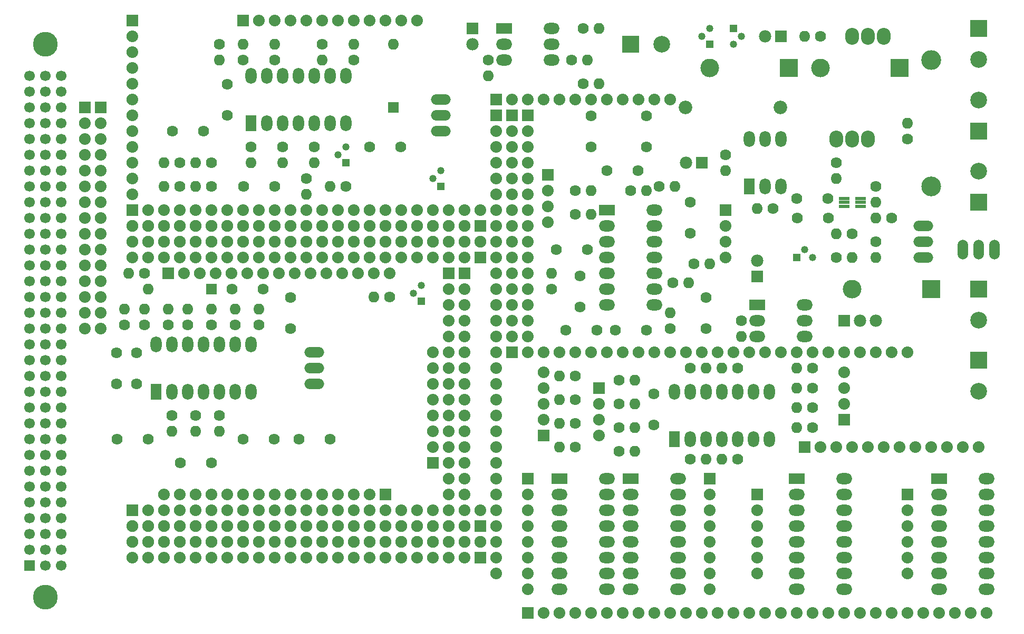
<source format=gts>
G04 #@! TF.FileFunction,Soldermask,Top*
%FSLAX46Y46*%
G04 Gerber Fmt 4.6, Leading zero omitted, Abs format (unit mm)*
G04 Created by KiCad (PCBNEW 4.0.6-e0-6349~53~ubuntu14.04.1) date Wed May 31 15:55:15 2017*
%MOMM*%
%LPD*%
G01*
G04 APERTURE LIST*
%ADD10C,0.100000*%
%ADD11C,1.780000*%
%ADD12O,1.780000X1.780000*%
%ADD13R,2.580000X1.780000*%
%ADD14O,2.580000X1.780000*%
%ADD15R,1.780000X2.580000*%
%ADD16O,1.780000X2.580000*%
%ADD17R,1.880000X1.880000*%
%ADD18O,1.880000X1.880000*%
%ADD19C,3.990000*%
%ADD20C,1.700000*%
%ADD21R,1.700000X1.700000*%
%ADD22R,1.907200X1.907200*%
%ADD23O,1.907200X1.907200*%
%ADD24R,2.980000X2.980000*%
%ADD25O,2.980000X2.980000*%
%ADD26C,1.180000*%
%ADD27R,1.180000X1.180000*%
%ADD28O,2.212000X2.720000*%
%ADD29R,1.980000X1.980000*%
%ADD30O,1.980000X1.980000*%
%ADD31R,1.680000X0.580000*%
%ADD32C,3.180000*%
%ADD33O,3.180000X3.180000*%
%ADD34R,2.680000X2.680000*%
%ADD35C,2.680000*%
%ADD36O,3.190000X1.690000*%
%ADD37O,1.690000X3.190000*%
%ADD38C,2.178980*%
%ADD39R,1.780000X1.780000*%
%ADD40C,1.980000*%
G04 APERTURE END LIST*
D10*
D11*
X125095000Y-101600000D03*
D12*
X127635000Y-101600000D03*
D11*
X119253000Y-110744000D03*
X119253000Y-105744000D03*
X105156000Y-95504000D03*
X110156000Y-95504000D03*
D13*
X111760000Y-76200000D03*
D14*
X119380000Y-91440000D03*
X111760000Y-78740000D03*
X119380000Y-88900000D03*
X111760000Y-81280000D03*
X119380000Y-86360000D03*
X111760000Y-83820000D03*
X119380000Y-83820000D03*
X111760000Y-86360000D03*
X119380000Y-81280000D03*
X111760000Y-88900000D03*
X119380000Y-78740000D03*
X111760000Y-91440000D03*
X119380000Y-76200000D03*
D11*
X109220000Y-66040000D03*
X109220000Y-61040000D03*
X120142000Y-72390000D03*
D12*
X122682000Y-72390000D03*
D15*
X54610000Y-62230000D03*
D16*
X69850000Y-54610000D03*
X57150000Y-62230000D03*
X67310000Y-54610000D03*
X59690000Y-62230000D03*
X64770000Y-54610000D03*
X62230000Y-62230000D03*
X62230000Y-54610000D03*
X64770000Y-62230000D03*
X59690000Y-54610000D03*
X67310000Y-62230000D03*
X57150000Y-54610000D03*
X69850000Y-62230000D03*
X54610000Y-54610000D03*
D17*
X76200000Y-121920000D03*
D18*
X73660000Y-121920000D03*
X71120000Y-121920000D03*
X68580000Y-121920000D03*
X66040000Y-121920000D03*
X63500000Y-121920000D03*
X60960000Y-121920000D03*
X58420000Y-121920000D03*
X55880000Y-121920000D03*
X53340000Y-121920000D03*
X50800000Y-121920000D03*
X48260000Y-121920000D03*
X45720000Y-121920000D03*
X43180000Y-121920000D03*
X40640000Y-121920000D03*
D17*
X96520000Y-99060000D03*
D18*
X99060000Y-99060000D03*
X101600000Y-99060000D03*
X104140000Y-99060000D03*
X106680000Y-99060000D03*
X109220000Y-99060000D03*
X111760000Y-99060000D03*
X114300000Y-99060000D03*
X116840000Y-99060000D03*
X119380000Y-99060000D03*
X121920000Y-99060000D03*
X124460000Y-99060000D03*
X127000000Y-99060000D03*
X129540000Y-99060000D03*
X132080000Y-99060000D03*
X134620000Y-99060000D03*
X137160000Y-99060000D03*
X139700000Y-99060000D03*
X142240000Y-99060000D03*
X144780000Y-99060000D03*
X147320000Y-99060000D03*
X149860000Y-99060000D03*
X152400000Y-99060000D03*
X154940000Y-99060000D03*
X157480000Y-99060000D03*
X160020000Y-99060000D03*
D17*
X83820000Y-116840000D03*
D18*
X83820000Y-114300000D03*
X83820000Y-111760000D03*
X83820000Y-109220000D03*
X83820000Y-106680000D03*
X83820000Y-104140000D03*
X83820000Y-101600000D03*
X83820000Y-99060000D03*
D19*
X21590000Y-138430000D03*
X21590000Y-49530000D03*
D20*
X19050000Y-128270000D03*
X19050000Y-125730000D03*
X19050000Y-123190000D03*
X19050000Y-120650000D03*
X19050000Y-118110000D03*
X19050000Y-115570000D03*
X19050000Y-113030000D03*
X19050000Y-110490000D03*
X19050000Y-107950000D03*
X19050000Y-105410000D03*
X19050000Y-102870000D03*
X19050000Y-100330000D03*
X19050000Y-97790000D03*
X19050000Y-95250000D03*
X19050000Y-92710000D03*
X19050000Y-90170000D03*
X19050000Y-87630000D03*
X19050000Y-85090000D03*
X19050000Y-82550000D03*
X19050000Y-80010000D03*
X19050000Y-77470000D03*
X19050000Y-74930000D03*
X19050000Y-72390000D03*
X19050000Y-69850000D03*
X19050000Y-67310000D03*
X19050000Y-64770000D03*
X19050000Y-62230000D03*
X19050000Y-59690000D03*
X19050000Y-57150000D03*
X19050000Y-54610000D03*
X19050000Y-130810000D03*
D21*
X19050000Y-133350000D03*
D20*
X21590000Y-133350000D03*
X21590000Y-130810000D03*
X21590000Y-128270000D03*
X21590000Y-125730000D03*
X21590000Y-123190000D03*
X21590000Y-120650000D03*
X21590000Y-118110000D03*
X21590000Y-115570000D03*
X21590000Y-113030000D03*
X21590000Y-110490000D03*
X21590000Y-107950000D03*
X21590000Y-105410000D03*
X21590000Y-102870000D03*
X21590000Y-100330000D03*
X21590000Y-97790000D03*
X21590000Y-95250000D03*
X21590000Y-92710000D03*
X21590000Y-90170000D03*
X21590000Y-87630000D03*
X21590000Y-85090000D03*
X21590000Y-82550000D03*
X21590000Y-80010000D03*
X21590000Y-77470000D03*
X21590000Y-74930000D03*
X21590000Y-72390000D03*
X21590000Y-69850000D03*
X21590000Y-67310000D03*
X21590000Y-64770000D03*
X21590000Y-62230000D03*
X21590000Y-59690000D03*
X21590000Y-57150000D03*
X21590000Y-54610000D03*
X24130000Y-133350000D03*
X24130000Y-130810000D03*
X24130000Y-128270000D03*
X24130000Y-125730000D03*
X24130000Y-123190000D03*
X24130000Y-120650000D03*
X24130000Y-118110000D03*
X24130000Y-115570000D03*
X24130000Y-113030000D03*
X24130000Y-110490000D03*
X24130000Y-107950000D03*
X24130000Y-105410000D03*
X24130000Y-102870000D03*
X24130000Y-100330000D03*
X24130000Y-97790000D03*
X24130000Y-95250000D03*
X24130000Y-92710000D03*
X24130000Y-90170000D03*
X24130000Y-87630000D03*
X24130000Y-85090000D03*
X24130000Y-82550000D03*
X24130000Y-80010000D03*
X24130000Y-77470000D03*
X24130000Y-74930000D03*
X24130000Y-72390000D03*
X24130000Y-69850000D03*
X24130000Y-67310000D03*
X24130000Y-64770000D03*
X24130000Y-62230000D03*
X24130000Y-59690000D03*
X24130000Y-57150000D03*
X24130000Y-54610000D03*
D22*
X91440000Y-127000000D03*
D23*
X91440000Y-129540000D03*
X88900000Y-127000000D03*
X88900000Y-129540000D03*
X86360000Y-127000000D03*
X86360000Y-129540000D03*
X83820000Y-127000000D03*
X83820000Y-129540000D03*
X81280000Y-127000000D03*
X81280000Y-129540000D03*
X78740000Y-127000000D03*
X78740000Y-129540000D03*
X76200000Y-127000000D03*
X76200000Y-129540000D03*
X73660000Y-127000000D03*
X73660000Y-129540000D03*
X71120000Y-127000000D03*
X71120000Y-129540000D03*
X68580000Y-127000000D03*
X68580000Y-129540000D03*
X66040000Y-127000000D03*
X66040000Y-129540000D03*
X63500000Y-127000000D03*
X63500000Y-129540000D03*
X60960000Y-127000000D03*
X60960000Y-129540000D03*
X58420000Y-127000000D03*
X58420000Y-129540000D03*
X55880000Y-127000000D03*
X55880000Y-129540000D03*
X53340000Y-127000000D03*
X53340000Y-129540000D03*
X50800000Y-127000000D03*
X50800000Y-129540000D03*
X48260000Y-127000000D03*
X48260000Y-129540000D03*
X45720000Y-127000000D03*
X45720000Y-129540000D03*
X43180000Y-127000000D03*
X43180000Y-129540000D03*
X40640000Y-127000000D03*
X40640000Y-129540000D03*
X38100000Y-127000000D03*
X38100000Y-129540000D03*
X35560000Y-127000000D03*
X35560000Y-129540000D03*
D22*
X91440000Y-78740000D03*
D23*
X91440000Y-81280000D03*
X88900000Y-78740000D03*
X88900000Y-81280000D03*
X86360000Y-78740000D03*
X86360000Y-81280000D03*
X83820000Y-78740000D03*
X83820000Y-81280000D03*
X81280000Y-78740000D03*
X81280000Y-81280000D03*
X78740000Y-78740000D03*
X78740000Y-81280000D03*
X76200000Y-78740000D03*
X76200000Y-81280000D03*
X73660000Y-78740000D03*
X73660000Y-81280000D03*
X71120000Y-78740000D03*
X71120000Y-81280000D03*
X68580000Y-78740000D03*
X68580000Y-81280000D03*
X66040000Y-78740000D03*
X66040000Y-81280000D03*
X63500000Y-78740000D03*
X63500000Y-81280000D03*
X60960000Y-78740000D03*
X60960000Y-81280000D03*
X58420000Y-78740000D03*
X58420000Y-81280000D03*
X55880000Y-78740000D03*
X55880000Y-81280000D03*
X53340000Y-78740000D03*
X53340000Y-81280000D03*
X50800000Y-78740000D03*
X50800000Y-81280000D03*
X48260000Y-78740000D03*
X48260000Y-81280000D03*
X45720000Y-78740000D03*
X45720000Y-81280000D03*
X43180000Y-78740000D03*
X43180000Y-81280000D03*
X40640000Y-78740000D03*
X40640000Y-81280000D03*
X38100000Y-78740000D03*
X38100000Y-81280000D03*
X35560000Y-78740000D03*
X35560000Y-81280000D03*
D24*
X158750000Y-53340000D03*
D25*
X146050000Y-53340000D03*
D24*
X140970000Y-53340000D03*
D25*
X128270000Y-53340000D03*
D24*
X163830000Y-88900000D03*
D25*
X151130000Y-88900000D03*
D26*
X133350000Y-48260000D03*
X132080000Y-49530000D03*
D27*
X132080000Y-46990000D03*
D26*
X127000000Y-48260000D03*
X128270000Y-46990000D03*
D27*
X128270000Y-49530000D03*
D28*
X151130000Y-64770000D03*
X153670000Y-64770000D03*
X148590000Y-64770000D03*
X153670000Y-48260000D03*
X156210000Y-48260000D03*
X151130000Y-48260000D03*
D26*
X143510000Y-82550000D03*
X144780000Y-83820000D03*
D27*
X142240000Y-83820000D03*
D29*
X149860000Y-93980000D03*
D30*
X152400000Y-93980000D03*
X154940000Y-93980000D03*
D26*
X83820000Y-71120000D03*
X85090000Y-69850000D03*
D27*
X85090000Y-72390000D03*
D26*
X68580000Y-67310000D03*
X69850000Y-66040000D03*
D27*
X69850000Y-68580000D03*
D26*
X80645000Y-89535000D03*
X81915000Y-88265000D03*
D27*
X81915000Y-90805000D03*
D31*
X149800000Y-74280000D03*
X149800000Y-74930000D03*
X149800000Y-75580000D03*
X152460000Y-75580000D03*
X152460000Y-74930000D03*
X152460000Y-74280000D03*
D32*
X163830000Y-72390000D03*
D33*
X163830000Y-52090000D03*
D29*
X139700000Y-48260000D03*
D30*
X137160000Y-48260000D03*
D34*
X171450000Y-88900000D03*
D35*
X171450000Y-93900000D03*
D34*
X171450000Y-63500000D03*
D35*
X171450000Y-58500000D03*
D34*
X171450000Y-74930000D03*
D35*
X171450000Y-69930000D03*
D36*
X162560000Y-78740000D03*
X162560000Y-81280000D03*
X162560000Y-83820000D03*
D37*
X173990000Y-82550000D03*
X171450000Y-82550000D03*
X168910000Y-82550000D03*
D38*
X139580620Y-59690000D03*
X124340620Y-59690000D03*
D11*
X67310000Y-113030000D03*
X62310000Y-113030000D03*
X58420000Y-72390000D03*
X53420000Y-72390000D03*
X73660000Y-66040000D03*
X78660000Y-66040000D03*
X46990000Y-63500000D03*
X41990000Y-63500000D03*
X38100000Y-113030000D03*
X33100000Y-113030000D03*
X48260000Y-116840000D03*
X43260000Y-116840000D03*
X53340000Y-113030000D03*
X58340000Y-113030000D03*
X60960000Y-95250000D03*
X60960000Y-90250000D03*
D34*
X171450000Y-46990000D03*
D35*
X171450000Y-51990000D03*
D34*
X171450000Y-100330000D03*
D35*
X171450000Y-105330000D03*
D11*
X56515000Y-88900000D03*
X51515000Y-88900000D03*
X147320000Y-77470000D03*
X142320000Y-77470000D03*
X36195000Y-104140000D03*
X36195000Y-99140000D03*
X50800000Y-60960000D03*
X50800000Y-55960000D03*
D36*
X85090000Y-63500000D03*
X85090000Y-60960000D03*
X85090000Y-58420000D03*
X64770000Y-104140000D03*
X64770000Y-101600000D03*
X64770000Y-99060000D03*
D17*
X35560000Y-76200000D03*
D18*
X38100000Y-76200000D03*
X40640000Y-76200000D03*
X43180000Y-76200000D03*
X45720000Y-76200000D03*
X48260000Y-76200000D03*
X50800000Y-76200000D03*
X53340000Y-76200000D03*
X55880000Y-76200000D03*
X58420000Y-76200000D03*
X60960000Y-76200000D03*
X63500000Y-76200000D03*
X66040000Y-76200000D03*
X68580000Y-76200000D03*
X71120000Y-76200000D03*
X73660000Y-76200000D03*
X76200000Y-76200000D03*
X78740000Y-76200000D03*
X81280000Y-76200000D03*
X83820000Y-76200000D03*
X86360000Y-76200000D03*
X88900000Y-76200000D03*
X91440000Y-76200000D03*
D17*
X91440000Y-83820000D03*
D18*
X88900000Y-83820000D03*
X86360000Y-83820000D03*
X83820000Y-83820000D03*
X81280000Y-83820000D03*
X78740000Y-83820000D03*
X76200000Y-83820000D03*
X73660000Y-83820000D03*
X71120000Y-83820000D03*
X68580000Y-83820000D03*
X66040000Y-83820000D03*
X63500000Y-83820000D03*
X60960000Y-83820000D03*
X58420000Y-83820000D03*
X55880000Y-83820000D03*
X53340000Y-83820000D03*
X50800000Y-83820000D03*
X48260000Y-83820000D03*
X45720000Y-83820000D03*
X43180000Y-83820000D03*
X40640000Y-83820000D03*
X38100000Y-83820000D03*
X35560000Y-83820000D03*
D17*
X35560000Y-124460000D03*
D18*
X38100000Y-124460000D03*
X40640000Y-124460000D03*
X43180000Y-124460000D03*
X45720000Y-124460000D03*
X48260000Y-124460000D03*
X50800000Y-124460000D03*
X53340000Y-124460000D03*
X55880000Y-124460000D03*
X58420000Y-124460000D03*
X60960000Y-124460000D03*
X63500000Y-124460000D03*
X66040000Y-124460000D03*
X68580000Y-124460000D03*
X71120000Y-124460000D03*
X73660000Y-124460000D03*
X76200000Y-124460000D03*
X78740000Y-124460000D03*
X81280000Y-124460000D03*
X83820000Y-124460000D03*
X86360000Y-124460000D03*
X88900000Y-124460000D03*
X91440000Y-124460000D03*
D17*
X91440000Y-132080000D03*
D18*
X88900000Y-132080000D03*
X86360000Y-132080000D03*
X83820000Y-132080000D03*
X81280000Y-132080000D03*
X78740000Y-132080000D03*
X76200000Y-132080000D03*
X73660000Y-132080000D03*
X71120000Y-132080000D03*
X68580000Y-132080000D03*
X66040000Y-132080000D03*
X63500000Y-132080000D03*
X60960000Y-132080000D03*
X58420000Y-132080000D03*
X55880000Y-132080000D03*
X53340000Y-132080000D03*
X50800000Y-132080000D03*
X48260000Y-132080000D03*
X45720000Y-132080000D03*
X43180000Y-132080000D03*
X40640000Y-132080000D03*
X38100000Y-132080000D03*
X35560000Y-132080000D03*
D11*
X33020000Y-104140000D03*
X33020000Y-99140000D03*
D39*
X77470000Y-59690000D03*
D12*
X77470000Y-49530000D03*
D39*
X48260000Y-88900000D03*
D12*
X38100000Y-88900000D03*
D11*
X157480000Y-77470000D03*
D12*
X154940000Y-77470000D03*
D11*
X154940000Y-72390000D03*
D12*
X154940000Y-74930000D03*
D11*
X58420000Y-52070000D03*
D12*
X58420000Y-49530000D03*
D11*
X107950000Y-55880000D03*
D12*
X110490000Y-55880000D03*
D11*
X160020000Y-64770000D03*
D12*
X160020000Y-62230000D03*
D11*
X53340000Y-52070000D03*
D12*
X53340000Y-49530000D03*
D11*
X154940000Y-81280000D03*
D12*
X154940000Y-83820000D03*
D11*
X106045000Y-52070000D03*
D12*
X108585000Y-52070000D03*
D11*
X146050000Y-48260000D03*
D12*
X143510000Y-48260000D03*
D11*
X148590000Y-68580000D03*
D12*
X148590000Y-71120000D03*
D11*
X69850000Y-72390000D03*
D12*
X67310000Y-72390000D03*
D11*
X92710000Y-52070000D03*
D12*
X92710000Y-54610000D03*
D11*
X107950000Y-46990000D03*
D12*
X110490000Y-46990000D03*
D11*
X63500000Y-71120000D03*
D12*
X63500000Y-73660000D03*
D11*
X138430000Y-75946000D03*
D12*
X135890000Y-75946000D03*
D11*
X130810000Y-67310000D03*
D12*
X130810000Y-69850000D03*
D11*
X76835000Y-90170000D03*
D12*
X74295000Y-90170000D03*
D11*
X133350000Y-93980000D03*
D12*
X133350000Y-96520000D03*
D11*
X148590000Y-83820000D03*
D12*
X151130000Y-83820000D03*
D11*
X37465000Y-86360000D03*
D12*
X34925000Y-86360000D03*
D11*
X34290000Y-94615000D03*
D12*
X34290000Y-92075000D03*
D11*
X49530000Y-49530000D03*
D12*
X49530000Y-52070000D03*
D11*
X59690000Y-66040000D03*
D12*
X59690000Y-68580000D03*
D11*
X54610000Y-66040000D03*
D12*
X54610000Y-68580000D03*
D11*
X64770000Y-66040000D03*
D12*
X64770000Y-68580000D03*
D11*
X43180000Y-72390000D03*
D12*
X40640000Y-72390000D03*
D11*
X43180000Y-68580000D03*
D12*
X40640000Y-68580000D03*
D11*
X66040000Y-49530000D03*
D12*
X66040000Y-52070000D03*
D11*
X71120000Y-52070000D03*
D12*
X71120000Y-49530000D03*
D11*
X48260000Y-68580000D03*
D12*
X45720000Y-68580000D03*
D11*
X48260000Y-72390000D03*
D12*
X45720000Y-72390000D03*
D11*
X151130000Y-80010000D03*
D12*
X148590000Y-80010000D03*
D11*
X45720000Y-109220000D03*
D12*
X45720000Y-111760000D03*
D11*
X41910000Y-109220000D03*
D12*
X41910000Y-111760000D03*
D11*
X49530000Y-109220000D03*
D12*
X49530000Y-111760000D03*
D11*
X48260000Y-94615000D03*
D12*
X48260000Y-92075000D03*
D11*
X44450000Y-94615000D03*
D12*
X44450000Y-92075000D03*
D11*
X52070000Y-94615000D03*
D12*
X52070000Y-92075000D03*
D11*
X55880000Y-94615000D03*
D12*
X55880000Y-92075000D03*
D11*
X37465000Y-94615000D03*
D12*
X37465000Y-92075000D03*
D11*
X41275000Y-94615000D03*
D12*
X41275000Y-92075000D03*
D11*
X142240000Y-74295000D03*
X147240000Y-74295000D03*
D34*
X115570000Y-49530000D03*
D35*
X120570000Y-49530000D03*
D29*
X90170000Y-46990000D03*
D40*
X90170000Y-49530000D03*
D29*
X127000000Y-68580000D03*
D40*
X124460000Y-68580000D03*
D29*
X135890000Y-86868000D03*
D40*
X135890000Y-84328000D03*
D17*
X135890000Y-121920000D03*
D18*
X135890000Y-124460000D03*
X135890000Y-127000000D03*
X135890000Y-129540000D03*
X135890000Y-132080000D03*
X135890000Y-134620000D03*
D13*
X142240000Y-119380000D03*
D14*
X149860000Y-137160000D03*
X142240000Y-121920000D03*
X149860000Y-134620000D03*
X142240000Y-124460000D03*
X149860000Y-132080000D03*
X142240000Y-127000000D03*
X149860000Y-129540000D03*
X142240000Y-129540000D03*
X149860000Y-127000000D03*
X142240000Y-132080000D03*
X149860000Y-124460000D03*
X142240000Y-134620000D03*
X149860000Y-121920000D03*
X142240000Y-137160000D03*
X149860000Y-119380000D03*
D13*
X165100000Y-119380000D03*
D14*
X172720000Y-137160000D03*
X165100000Y-121920000D03*
X172720000Y-134620000D03*
X165100000Y-124460000D03*
X172720000Y-132080000D03*
X165100000Y-127000000D03*
X172720000Y-129540000D03*
X165100000Y-129540000D03*
X172720000Y-127000000D03*
X165100000Y-132080000D03*
X172720000Y-124460000D03*
X165100000Y-134620000D03*
X172720000Y-121920000D03*
X165100000Y-137160000D03*
X172720000Y-119380000D03*
D17*
X99060000Y-119380000D03*
D18*
X99060000Y-121920000D03*
X99060000Y-124460000D03*
X99060000Y-127000000D03*
X99060000Y-129540000D03*
X99060000Y-132080000D03*
X99060000Y-134620000D03*
X99060000Y-137160000D03*
D17*
X160020000Y-121920000D03*
D18*
X160020000Y-124460000D03*
X160020000Y-127000000D03*
X160020000Y-129540000D03*
X160020000Y-132080000D03*
X160020000Y-134620000D03*
D17*
X86360000Y-86360000D03*
D18*
X86360000Y-88900000D03*
X86360000Y-91440000D03*
X86360000Y-93980000D03*
X86360000Y-96520000D03*
X86360000Y-99060000D03*
X86360000Y-101600000D03*
X86360000Y-104140000D03*
X86360000Y-106680000D03*
X86360000Y-109220000D03*
X86360000Y-111760000D03*
X86360000Y-114300000D03*
X86360000Y-116840000D03*
X86360000Y-119380000D03*
X86360000Y-121920000D03*
D17*
X88900000Y-86360000D03*
D18*
X88900000Y-88900000D03*
X88900000Y-91440000D03*
X88900000Y-93980000D03*
X88900000Y-96520000D03*
X88900000Y-99060000D03*
X88900000Y-101600000D03*
X88900000Y-104140000D03*
X88900000Y-106680000D03*
X88900000Y-109220000D03*
X88900000Y-111760000D03*
X88900000Y-114300000D03*
X88900000Y-116840000D03*
X88900000Y-119380000D03*
X88900000Y-121920000D03*
D17*
X93980000Y-60960000D03*
D18*
X93980000Y-63500000D03*
X93980000Y-66040000D03*
X93980000Y-68580000D03*
X93980000Y-71120000D03*
X93980000Y-73660000D03*
X93980000Y-76200000D03*
X93980000Y-78740000D03*
X93980000Y-81280000D03*
X93980000Y-83820000D03*
X93980000Y-86360000D03*
X93980000Y-88900000D03*
X93980000Y-91440000D03*
X93980000Y-93980000D03*
X93980000Y-96520000D03*
X93980000Y-99060000D03*
X93980000Y-101600000D03*
X93980000Y-104140000D03*
X93980000Y-106680000D03*
X93980000Y-109220000D03*
X93980000Y-111760000D03*
X93980000Y-114300000D03*
X93980000Y-116840000D03*
X93980000Y-119380000D03*
X93980000Y-121920000D03*
X93980000Y-124460000D03*
X93980000Y-127000000D03*
X93980000Y-129540000D03*
X93980000Y-132080000D03*
X93980000Y-134620000D03*
D17*
X93980000Y-58420000D03*
D18*
X96520000Y-58420000D03*
X99060000Y-58420000D03*
X101600000Y-58420000D03*
X104140000Y-58420000D03*
X106680000Y-58420000D03*
X109220000Y-58420000D03*
X111760000Y-58420000D03*
X114300000Y-58420000D03*
X116840000Y-58420000D03*
X119380000Y-58420000D03*
X121920000Y-58420000D03*
D17*
X35560000Y-45720000D03*
D18*
X35560000Y-48260000D03*
X35560000Y-50800000D03*
X35560000Y-53340000D03*
X35560000Y-55880000D03*
X35560000Y-58420000D03*
X35560000Y-60960000D03*
X35560000Y-63500000D03*
X35560000Y-66040000D03*
X35560000Y-68580000D03*
X35560000Y-71120000D03*
X35560000Y-73660000D03*
D17*
X53340000Y-45720000D03*
D18*
X55880000Y-45720000D03*
X58420000Y-45720000D03*
X60960000Y-45720000D03*
X63500000Y-45720000D03*
X66040000Y-45720000D03*
X68580000Y-45720000D03*
X71120000Y-45720000D03*
X73660000Y-45720000D03*
X76200000Y-45720000D03*
X78740000Y-45720000D03*
X81280000Y-45720000D03*
D17*
X99060000Y-140970000D03*
D18*
X101600000Y-140970000D03*
X104140000Y-140970000D03*
X106680000Y-140970000D03*
X109220000Y-140970000D03*
X111760000Y-140970000D03*
X114300000Y-140970000D03*
X116840000Y-140970000D03*
X119380000Y-140970000D03*
X121920000Y-140970000D03*
X124460000Y-140970000D03*
X127000000Y-140970000D03*
X129540000Y-140970000D03*
X132080000Y-140970000D03*
X134620000Y-140970000D03*
X137160000Y-140970000D03*
X139700000Y-140970000D03*
X142240000Y-140970000D03*
X144780000Y-140970000D03*
X147320000Y-140970000D03*
X149860000Y-140970000D03*
X152400000Y-140970000D03*
X154940000Y-140970000D03*
X157480000Y-140970000D03*
X160020000Y-140970000D03*
X162560000Y-140970000D03*
X165100000Y-140970000D03*
X167640000Y-140970000D03*
X170180000Y-140970000D03*
X172720000Y-140970000D03*
D17*
X27940000Y-59690000D03*
D18*
X27940000Y-62230000D03*
X27940000Y-64770000D03*
X27940000Y-67310000D03*
X27940000Y-69850000D03*
X27940000Y-72390000D03*
X27940000Y-74930000D03*
X27940000Y-77470000D03*
X27940000Y-80010000D03*
X27940000Y-82550000D03*
X27940000Y-85090000D03*
X27940000Y-87630000D03*
X27940000Y-90170000D03*
X27940000Y-92710000D03*
X27940000Y-95250000D03*
D17*
X99060000Y-60960000D03*
D18*
X99060000Y-63500000D03*
X99060000Y-66040000D03*
X99060000Y-68580000D03*
X99060000Y-71120000D03*
X99060000Y-73660000D03*
X99060000Y-76200000D03*
X99060000Y-78740000D03*
X99060000Y-81280000D03*
X99060000Y-83820000D03*
X99060000Y-86360000D03*
X99060000Y-88900000D03*
X99060000Y-91440000D03*
X99060000Y-93980000D03*
X99060000Y-96520000D03*
D17*
X41275000Y-86360000D03*
D18*
X43815000Y-86360000D03*
X46355000Y-86360000D03*
X48895000Y-86360000D03*
X51435000Y-86360000D03*
X53975000Y-86360000D03*
X56515000Y-86360000D03*
X59055000Y-86360000D03*
X61595000Y-86360000D03*
X64135000Y-86360000D03*
X66675000Y-86360000D03*
X69215000Y-86360000D03*
X71755000Y-86360000D03*
X74295000Y-86360000D03*
X76835000Y-86360000D03*
D17*
X96520000Y-60960000D03*
D18*
X96520000Y-63500000D03*
X96520000Y-66040000D03*
X96520000Y-68580000D03*
X96520000Y-71120000D03*
X96520000Y-73660000D03*
X96520000Y-76200000D03*
X96520000Y-78740000D03*
X96520000Y-81280000D03*
X96520000Y-83820000D03*
X96520000Y-86360000D03*
X96520000Y-88900000D03*
X96520000Y-91440000D03*
X96520000Y-93980000D03*
X96520000Y-96520000D03*
D17*
X30480000Y-59690000D03*
D18*
X30480000Y-62230000D03*
X30480000Y-64770000D03*
X30480000Y-67310000D03*
X30480000Y-69850000D03*
X30480000Y-72390000D03*
X30480000Y-74930000D03*
X30480000Y-77470000D03*
X30480000Y-80010000D03*
X30480000Y-82550000D03*
X30480000Y-85090000D03*
X30480000Y-87630000D03*
X30480000Y-90170000D03*
X30480000Y-92710000D03*
X30480000Y-95250000D03*
D17*
X128270000Y-119380000D03*
D18*
X128270000Y-121920000D03*
X128270000Y-124460000D03*
X128270000Y-127000000D03*
X128270000Y-129540000D03*
X128270000Y-132080000D03*
X128270000Y-134620000D03*
X128270000Y-137160000D03*
D17*
X143510000Y-114300000D03*
D18*
X146050000Y-114300000D03*
X148590000Y-114300000D03*
X151130000Y-114300000D03*
X153670000Y-114300000D03*
X156210000Y-114300000D03*
X158750000Y-114300000D03*
X161290000Y-114300000D03*
X163830000Y-114300000D03*
X166370000Y-114300000D03*
X168910000Y-114300000D03*
X171450000Y-114300000D03*
D13*
X104140000Y-119380000D03*
D14*
X111760000Y-137160000D03*
X104140000Y-121920000D03*
X111760000Y-134620000D03*
X104140000Y-124460000D03*
X111760000Y-132080000D03*
X104140000Y-127000000D03*
X111760000Y-129540000D03*
X104140000Y-129540000D03*
X111760000Y-127000000D03*
X104140000Y-132080000D03*
X111760000Y-124460000D03*
X104140000Y-134620000D03*
X111760000Y-121920000D03*
X104140000Y-137160000D03*
X111760000Y-119380000D03*
D13*
X115570000Y-119380000D03*
D14*
X123190000Y-137160000D03*
X115570000Y-121920000D03*
X123190000Y-134620000D03*
X115570000Y-124460000D03*
X123190000Y-132080000D03*
X115570000Y-127000000D03*
X123190000Y-129540000D03*
X115570000Y-129540000D03*
X123190000Y-127000000D03*
X115570000Y-132080000D03*
X123190000Y-124460000D03*
X115570000Y-134620000D03*
X123190000Y-121920000D03*
X115570000Y-137160000D03*
X123190000Y-119380000D03*
D13*
X95250000Y-46990000D03*
D14*
X102870000Y-52070000D03*
X95250000Y-49530000D03*
X102870000Y-49530000D03*
X95250000Y-52070000D03*
X102870000Y-46990000D03*
D15*
X134620000Y-72390000D03*
D16*
X139700000Y-64770000D03*
X137160000Y-72390000D03*
X137160000Y-64770000D03*
X139700000Y-72390000D03*
X134620000Y-64770000D03*
D13*
X135890000Y-91440000D03*
D14*
X143510000Y-96520000D03*
X135890000Y-93980000D03*
X143510000Y-93980000D03*
X135890000Y-96520000D03*
X143510000Y-91440000D03*
D15*
X39370000Y-105410000D03*
D16*
X54610000Y-97790000D03*
X41910000Y-105410000D03*
X52070000Y-97790000D03*
X44450000Y-105410000D03*
X49530000Y-97790000D03*
X46990000Y-105410000D03*
X46990000Y-97790000D03*
X49530000Y-105410000D03*
X44450000Y-97790000D03*
X52070000Y-105410000D03*
X41910000Y-97790000D03*
X54610000Y-105410000D03*
X39370000Y-97790000D03*
D11*
X108585000Y-82550000D03*
X103585000Y-82550000D03*
X118110000Y-66040000D03*
X118110000Y-61040000D03*
X107442000Y-86741000D03*
X107442000Y-91741000D03*
D17*
X102235000Y-70485000D03*
D18*
X102235000Y-73025000D03*
X102235000Y-75565000D03*
X102235000Y-78105000D03*
D17*
X130810000Y-76200000D03*
D18*
X130810000Y-78740000D03*
X130810000Y-81280000D03*
X130810000Y-83820000D03*
D11*
X106680000Y-73025000D03*
D12*
X109220000Y-73025000D03*
D11*
X106680000Y-76835000D03*
D12*
X109220000Y-76835000D03*
D11*
X115570000Y-73025000D03*
D12*
X118110000Y-73025000D03*
D11*
X102870000Y-88900000D03*
D12*
X102870000Y-86360000D03*
D11*
X127635000Y-95250000D03*
X127635000Y-90250000D03*
X118110000Y-95504000D03*
X113110000Y-95504000D03*
X121920000Y-95250000D03*
D12*
X121920000Y-92710000D03*
D11*
X122301000Y-87884000D03*
D12*
X124841000Y-87884000D03*
D11*
X125095000Y-79883000D03*
X125095000Y-74883000D03*
X125730000Y-84836000D03*
D12*
X128270000Y-84836000D03*
D17*
X110490000Y-104775000D03*
D18*
X110490000Y-107315000D03*
X110490000Y-109855000D03*
X110490000Y-112395000D03*
D17*
X149860000Y-109855000D03*
D18*
X149860000Y-107315000D03*
X149860000Y-104775000D03*
X149860000Y-102235000D03*
D11*
X125095000Y-116205000D03*
D12*
X127635000Y-116205000D03*
D11*
X106680000Y-114300000D03*
D12*
X104140000Y-114300000D03*
D11*
X113665000Y-103505000D03*
D12*
X116205000Y-103505000D03*
D11*
X144780000Y-111125000D03*
D12*
X142240000Y-111125000D03*
D15*
X122555000Y-113030000D03*
D16*
X137795000Y-105410000D03*
X125095000Y-113030000D03*
X135255000Y-105410000D03*
X127635000Y-113030000D03*
X132715000Y-105410000D03*
X130175000Y-113030000D03*
X130175000Y-105410000D03*
X132715000Y-113030000D03*
X127635000Y-105410000D03*
X135255000Y-113030000D03*
X125095000Y-105410000D03*
X137795000Y-113030000D03*
X122555000Y-105410000D03*
D11*
X111760000Y-69850000D03*
X116760000Y-69850000D03*
X132715000Y-116205000D03*
D12*
X130175000Y-116205000D03*
D11*
X106680000Y-110490000D03*
D12*
X104140000Y-110490000D03*
D11*
X113665000Y-107315000D03*
D12*
X116205000Y-107315000D03*
D11*
X144780000Y-107950000D03*
D12*
X142240000Y-107950000D03*
D11*
X132715000Y-101600000D03*
D12*
X130175000Y-101600000D03*
D11*
X106680000Y-106680000D03*
D12*
X104140000Y-106680000D03*
D11*
X113665000Y-111125000D03*
D12*
X116205000Y-111125000D03*
D11*
X144780000Y-104775000D03*
D12*
X142240000Y-104775000D03*
D11*
X106680000Y-102870000D03*
D12*
X104140000Y-102870000D03*
D11*
X113665000Y-114935000D03*
D12*
X116205000Y-114935000D03*
D11*
X144780000Y-101600000D03*
D12*
X142240000Y-101600000D03*
D17*
X101600000Y-112395000D03*
D18*
X101600000Y-109855000D03*
X101600000Y-107315000D03*
X101600000Y-104775000D03*
X101600000Y-102235000D03*
M02*

</source>
